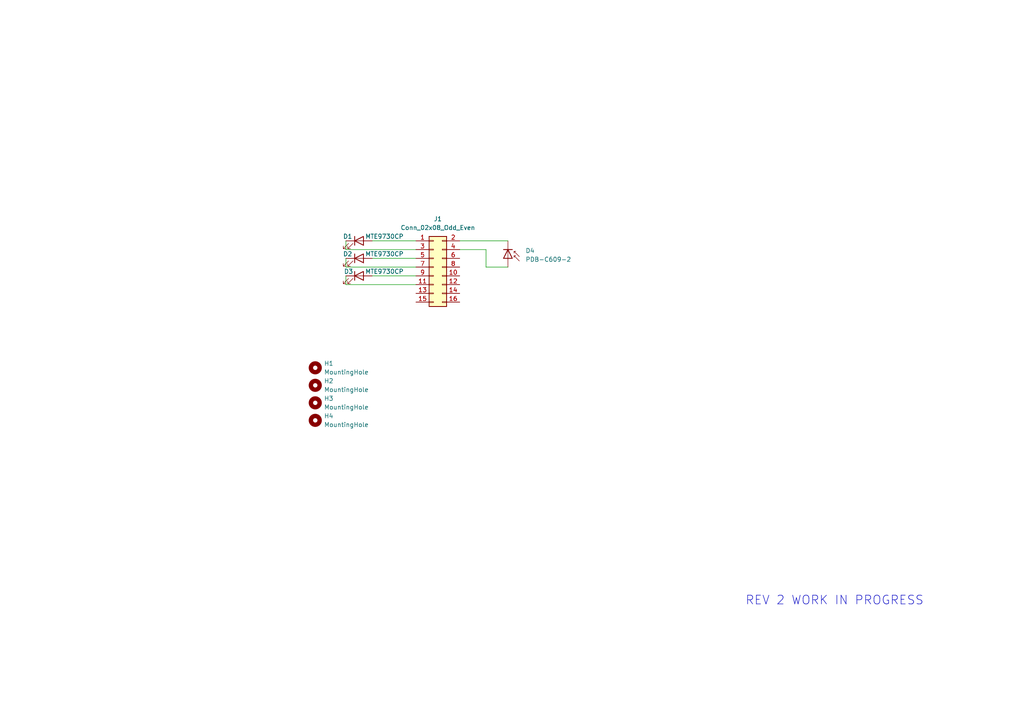
<source format=kicad_sch>
(kicad_sch (version 20250114) (generator "eeschema") (generator_version "9.0")
  (paper "A4")
  (lib_symbols
    (symbol "Connector_Generic:Conn_02x08_Odd_Even" (pin_names (offset 1.016) (hide yes))
      (property "Reference" "J" (at 1.27 10.16 0))
      (property "Value" "Conn_02x08_Odd_Even" (at 1.27 -12.7 0))
      (symbol "Conn_02x08_Odd_Even_1_1"
        (rectangle (start -1.27 8.89) (end 3.81 -11.43) (stroke (width 0.254)) (fill (type background)))
        (rectangle (start -1.27 7.747) (end 0 7.493) (stroke (width 0.1524)))
        (rectangle (start -1.27 5.207) (end 0 4.953) (stroke (width 0.1524)))
        (rectangle (start -1.27 2.667) (end 0 2.413) (stroke (width 0.1524)))
        (rectangle (start -1.27 0.127) (end 0 -0.127) (stroke (width 0.1524)))
        (rectangle (start -1.27 -2.413) (end 0 -2.667) (stroke (width 0.1524)))
        (rectangle (start -1.27 -4.953) (end 0 -5.207) (stroke (width 0.1524)))
        (rectangle (start -1.27 -7.493) (end 0 -7.747) (stroke (width 0.1524)))
        (rectangle (start -1.27 -10.033) (end 0 -10.287) (stroke (width 0.1524)))
        (rectangle (start 3.81 7.747) (end 2.54 7.493) (stroke (width 0.1524)))
        (rectangle (start 3.81 5.207) (end 2.54 4.953) (stroke (width 0.1524)))
        (rectangle (start 3.81 2.667) (end 2.54 2.413) (stroke (width 0.1524)))
        (rectangle (start 3.81 0.127) (end 2.54 -0.127) (stroke (width 0.1524)))
        (rectangle (start 3.81 -2.413) (end 2.54 -2.667) (stroke (width 0.1524)))
        (rectangle (start 3.81 -4.953) (end 2.54 -5.207) (stroke (width 0.1524)))
        (rectangle (start 3.81 -7.493) (end 2.54 -7.747) (stroke (width 0.1524)))
        (rectangle (start 3.81 -10.033) (end 2.54 -10.287) (stroke (width 0.1524)))
        (pin passive line (at -5.08 7.62 0) (length 3.81) (name "Pin_1") (number "1"))
        (pin passive line (at -5.08 5.08 0) (length 3.81) (name "Pin_3") (number "3"))
        (pin passive line (at -5.08 2.54 0) (length 3.81) (name "Pin_5") (number "5"))
        (pin passive line (at -5.08 0 0) (length 3.81) (name "Pin_7") (number "7"))
        (pin passive line (at -5.08 -2.54 0) (length 3.81) (name "Pin_9") (number "9"))
        (pin passive line (at -5.08 -5.08 0) (length 3.81) (name "Pin_11") (number "11"))
        (pin passive line (at -5.08 -7.62 0) (length 3.81) (name "Pin_13") (number "13"))
        (pin passive line (at -5.08 -10.16 0) (length 3.81) (name "Pin_15") (number "15"))
        (pin passive line (at 7.62 7.62 180) (length 3.81) (name "Pin_2") (number "2"))
        (pin passive line (at 7.62 5.08 180) (length 3.81) (name "Pin_4") (number "4"))
        (pin passive line (at 7.62 2.54 180) (length 3.81) (name "Pin_6") (number "6"))
        (pin passive line (at 7.62 0 180) (length 3.81) (name "Pin_8") (number "8"))
        (pin passive line (at 7.62 -2.54 180) (length 3.81) (name "Pin_10") (number "10"))
        (pin passive line (at 7.62 -5.08 180) (length 3.81) (name "Pin_12") (number "12"))
        (pin passive line (at 7.62 -7.62 180) (length 3.81) (name "Pin_14") (number "14"))
        (pin passive line (at 7.62 -10.16 180) (length 3.81) (name "Pin_16") (number "16"))
      )
    )
    (symbol "Device:D_Photo" (pin_numbers (hide yes)) (pin_names (hide yes))
      (property "Reference" "D" (at 0.508 1.778 0))
      (property "Value" "D_Photo" (at -1.016 -2.794 0))
      (symbol "D_Photo_0_1"
        (polyline (pts (xy -2.54 1.27) (xy -2.54 -1.27)) (stroke (width 0.254)))
        (polyline (pts (xy -2.032 1.778) (xy -1.524 1.778)))
        (polyline (pts (xy -0.508 3.302) (xy -2.032 1.778) (xy -2.032 2.286)))
        (polyline (pts (xy 0 0) (xy -2.54 0)))
        (polyline (pts (xy 0 -1.27) (xy 0 1.27) (xy -2.54 0) (xy 0 -1.27)) (stroke (width 0.254)))
        (polyline (pts (xy 0.762 3.302) (xy -0.762 1.778) (xy -0.762 2.286) (xy -0.762 1.778) (xy -0.254 1.778)))
      )
      (symbol "D_Photo_1_1"
        (pin passive line (at -5.08 0 0) (length 2.54) (name "K") (number "1"))
        (pin passive line (at 2.54 0 180) (length 2.54) (name "A") (number "2"))
      )
    )
    (symbol "Device:LED" (pin_numbers (hide yes)) (pin_names (offset 1.016) (hide yes))
      (property "Reference" "D" (at 0 2.54 0))
      (property "Value" "LED" (at 0 -2.54 0))
      (symbol "LED_0_1"
        (polyline (pts (xy -3.048 -0.762) (xy -4.572 -2.286) (xy -3.81 -2.286) (xy -4.572 -2.286) (xy -4.572 -1.524)))
        (polyline (pts (xy -1.778 -0.762) (xy -3.302 -2.286) (xy -2.54 -2.286) (xy -3.302 -2.286) (xy -3.302 -1.524)))
        (polyline (pts (xy -1.27 0) (xy 1.27 0)))
        (polyline (pts (xy -1.27 -1.27) (xy -1.27 1.27)) (stroke (width 0.254)))
        (polyline (pts (xy 1.27 -1.27) (xy 1.27 1.27) (xy -1.27 0) (xy 1.27 -1.27)) (stroke (width 0.254)))
      )
      (symbol "LED_1_1"
        (pin passive line (at -3.81 0 0) (length 2.54) (name "K") (number "1"))
        (pin passive line (at 3.81 0 180) (length 2.54) (name "A") (number "2"))
      )
    )
    (symbol "Mechanical:MountingHole" (pin_names (offset 1.016)) (in_bom no)
      (property "Reference" "H" (at 0 5.08 0))
      (property "Value" "MountingHole" (at 0 3.175 0))
      (symbol "MountingHole_0_1"
        (circle (center 0 0) (radius 1.27) (stroke (width 1.27)))
      )
    )
  )
  (text "REV 2 WORK IN PROGRESS" (at 242.062 174.244 0) (effects (font (size 2.54 2.54))))
  (wire (pts (xy 100.33 72.39) (xy 120.65 72.39)))
  (wire (pts (xy 100.33 74.93) (xy 100.33 77.47)))
  (wire (pts (xy 100.33 80.01) (xy 100.33 82.55)))
  (wire (pts (xy 100.33 69.85) (xy 100.33 72.39)))
  (wire (pts (xy 140.97 77.47) (xy 147.32 77.47)))
  (wire (pts (xy 100.33 82.55) (xy 120.65 82.55)))
  (wire (pts (xy 140.97 72.39) (xy 140.97 77.47)))
  (wire (pts (xy 133.35 72.39) (xy 140.97 72.39)))
  (wire (pts (xy 107.95 80.01) (xy 120.65 80.01)))
  (wire (pts (xy 100.33 77.47) (xy 120.65 77.47)))
  (wire (pts (xy 133.35 69.85) (xy 147.32 69.85)))
  (wire (pts (xy 107.95 74.93) (xy 120.65 74.93)))
  (wire (pts (xy 107.95 69.85) (xy 120.65 69.85)))
  (symbol (lib_id "Connector_Generic:Conn_02x08_Odd_Even") (at 125.73 77.47 0) (unit 1)
    (property "Reference" "J1" (at 127 63.5 0))
    (property "Value" "Conn_02x08_Odd_Even" (at 127 66.04 0))
    (property "Footprint" "Connector_PinSocket_2.54mm:PinSocket_2x08_P2.54mm_Vertical" (effects (hide yes)))
    (property "Description" "Generic connector, double row, 02x08, odd/even pin numbering scheme (row 1 odd numbers, row 2 even numbers), script generated (kicad-library-utils/schlib/autogen/connector/)" (effects (hide yes)))
  )
  (symbol (lib_id "Mechanical:MountingHole") (at 91.44 116.84 0) (unit 1) (in_bom no)
    (property "Reference" "H3" (at 93.98 115.5699 0) (effects (justify left)))
    (property "Value" "MountingHole" (at 93.98 118.1099 0) (effects (justify left)))
    (property "Description" "Mounting Hole without connection" (effects (hide yes)))
  )
  (symbol (lib_id "Mechanical:MountingHole") (at 91.44 121.92 0) (unit 1) (in_bom no)
    (property "Reference" "H4" (at 93.98 120.6499 0) (effects (justify left)))
    (property "Value" "MountingHole" (at 93.98 123.1899 0) (effects (justify left)))
    (property "Description" "Mounting Hole without connection" (effects (hide yes)))
  )
  (symbol (lib_id "Mechanical:MountingHole") (at 91.44 106.68 0) (unit 1) (in_bom no)
    (property "Reference" "H1" (at 93.98 105.4099 0) (effects (justify left)))
    (property "Value" "MountingHole" (at 93.98 107.9499 0) (effects (justify left)))
    (property "Description" "Mounting Hole without connection" (effects (hide yes)))
  )
  (symbol (lib_id "Device:D_Photo") (at 147.32 74.93 270) (unit 1)
    (property "Reference" "D4" (at 152.4 72.7074 90) (effects (justify left)))
    (property "Value" "PDB-C609-2" (at 152.4 75.2474 90) (effects (justify left)))
    (property "Footprint" "my_Photodide:PDB-C609-2" (effects (hide yes)))
    (property "Datasheet" "https://www.advancedphotonix.com/wp-content/uploads/2015/07/DS-PDB-C609-2.pdf" (effects (hide yes)))
    (property "Description" "Photodiode" (effects (hide yes)))
    (property "DigikeyNumber" "PDB-C609-2-ND" (effects (hide yes)))
  )
  (symbol (lib_id "Device:LED") (at 104.14 74.93 0) (unit 1)
    (property "Reference" "D2" (at 100.838 73.66 0))
    (property "Value" "MTE9730CP" (at 111.506 73.66 0))
    (property "Footprint" "my_LED:MTE9730" (effects (hide yes)))
    (property "Description" "Light emitting diode" (effects (hide yes)))
    (property "Sim.Pins" "1=K 2=A" (effects (hide yes)))
    (property "DigikeyNumber" "1125-1435-ND" (effects (hide yes)))
    (property "ManufacturerNumber" "MTE9730CP" (effects (hide yes)))
  )
  (symbol (lib_id "Device:LED") (at 104.14 69.85 0) (unit 1)
    (property "Reference" "D1" (at 100.838 68.58 0))
    (property "Value" "MTE9730CP" (at 111.506 68.58 0))
    (property "Footprint" "my_LED:MTE9730" (effects (hide yes)))
    (property "Description" "Light emitting diode" (effects (hide yes)))
    (property "Sim.Pins" "1=K 2=A" (effects (hide yes)))
    (property "DigikeyNumber" "1125-1435-ND" (effects (hide yes)))
    (property "ManufacturerNumber" "MTE9730CP" (effects (hide yes)))
  )
  (symbol (lib_id "Device:LED") (at 104.14 80.01 0) (unit 1)
    (property "Reference" "D3" (at 101.092 78.74 0))
    (property "Value" "MTE9730CP" (at 111.506 78.74 0))
    (property "Footprint" "my_LED:MTE9730" (effects (hide yes)))
    (property "Description" "Light emitting diode" (effects (hide yes)))
    (property "Sim.Pins" "1=K 2=A" (effects (hide yes)))
    (property "DigikeyNumber" "1125-1435-ND" (effects (hide yes)))
    (property "ManufacturerNumber" "MTE9730CP" (effects (hide yes)))
  )
  (symbol (lib_id "Mechanical:MountingHole") (at 91.44 111.76 0) (unit 1) (in_bom no)
    (property "Reference" "H2" (at 93.98 110.4899 0) (effects (justify left)))
    (property "Value" "MountingHole" (at 93.98 113.0299 0) (effects (justify left)))
    (property "Description" "Mounting Hole without connection" (effects (hide yes)))
  )
)
</source>
